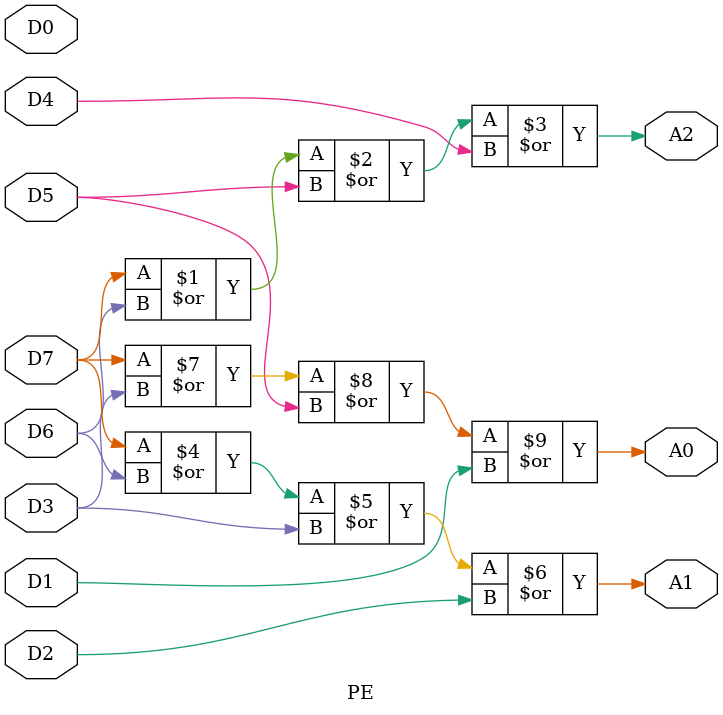
<source format=v>
module PE(D7,D6,D5,D4,D3,D2,D1,D0,A2,A1,A0);

input D7,D6,D5,D4,D3,D2,D1,D0;
output A2,A1,A0;

assign A2=D7|D6|D5|D4;
assign A1=D7|D6|D3|D2;
assign A0=D7|D3|D5|D1;

endmodule


</source>
